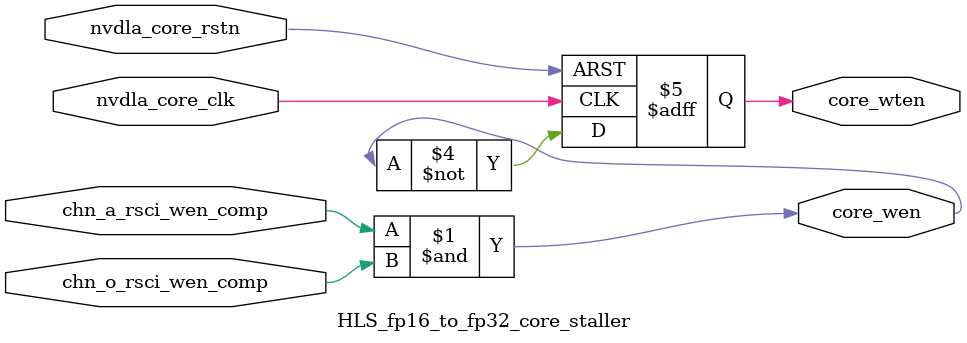
<source format=v>
module HLS_fp16_to_fp32_core_staller (
  nvdla_core_clk, nvdla_core_rstn, core_wen, chn_a_rsci_wen_comp, core_wten, chn_o_rsci_wen_comp
);
  input nvdla_core_clk;
  input nvdla_core_rstn;
  output core_wen;
  input chn_a_rsci_wen_comp;
  output core_wten;
  reg core_wten;
  input chn_o_rsci_wen_comp;
  assign core_wen = chn_a_rsci_wen_comp & chn_o_rsci_wen_comp;
  always @(posedge nvdla_core_clk or negedge nvdla_core_rstn) begin
    if ( ~ nvdla_core_rstn ) begin
      core_wten <= 1'b0;
    end
    else begin
      core_wten <= ~ core_wen;
    end
  end
endmodule
</source>
